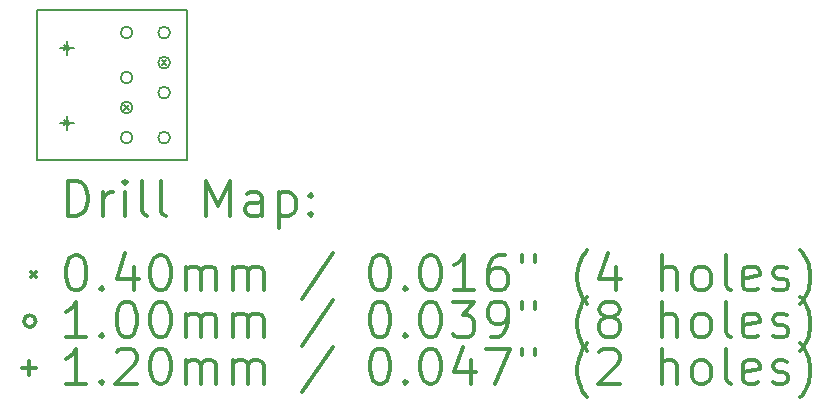
<source format=gbr>
%FSLAX45Y45*%
G04 Gerber Fmt 4.5, Leading zero omitted, Abs format (unit mm)*
G04 Created by KiCad (PCBNEW 4.0.7) date 10/24/17 17:03:37*
%MOMM*%
%LPD*%
G01*
G04 APERTURE LIST*
%ADD10C,0.127000*%
%ADD11C,0.150000*%
%ADD12C,0.200000*%
%ADD13C,0.300000*%
G04 APERTURE END LIST*
D10*
D11*
X17780000Y-6350000D02*
X17780000Y-5080000D01*
X19050000Y-6350000D02*
X17780000Y-6350000D01*
X19050000Y-5080000D02*
X19050000Y-6350000D01*
X17780000Y-5080000D02*
X19050000Y-5080000D01*
D12*
X18014000Y-5377500D02*
X18054000Y-5417500D01*
X18054000Y-5377500D02*
X18014000Y-5417500D01*
X18014000Y-6012500D02*
X18054000Y-6052500D01*
X18054000Y-6012500D02*
X18014000Y-6052500D01*
X18522000Y-5885500D02*
X18562000Y-5925500D01*
X18562000Y-5885500D02*
X18522000Y-5925500D01*
X18839500Y-5504500D02*
X18879500Y-5544500D01*
X18879500Y-5504500D02*
X18839500Y-5544500D01*
X18592000Y-5270500D02*
G75*
G03X18592000Y-5270500I-50000J0D01*
G01*
X18592000Y-5651500D02*
G75*
G03X18592000Y-5651500I-50000J0D01*
G01*
X18592000Y-5905500D02*
G75*
G03X18592000Y-5905500I-50000J0D01*
G01*
X18592000Y-6159500D02*
G75*
G03X18592000Y-6159500I-50000J0D01*
G01*
X18909500Y-5270500D02*
G75*
G03X18909500Y-5270500I-50000J0D01*
G01*
X18909500Y-5524500D02*
G75*
G03X18909500Y-5524500I-50000J0D01*
G01*
X18909500Y-5778500D02*
G75*
G03X18909500Y-5778500I-50000J0D01*
G01*
X18909500Y-6159500D02*
G75*
G03X18909500Y-6159500I-50000J0D01*
G01*
X18034000Y-5337556D02*
X18034000Y-5457444D01*
X17974056Y-5397500D02*
X18093944Y-5397500D01*
X18034000Y-5972556D02*
X18034000Y-6092444D01*
X17974056Y-6032500D02*
X18093944Y-6032500D01*
D13*
X18043929Y-6823214D02*
X18043929Y-6523214D01*
X18115357Y-6523214D01*
X18158214Y-6537500D01*
X18186786Y-6566071D01*
X18201071Y-6594643D01*
X18215357Y-6651786D01*
X18215357Y-6694643D01*
X18201071Y-6751786D01*
X18186786Y-6780357D01*
X18158214Y-6808929D01*
X18115357Y-6823214D01*
X18043929Y-6823214D01*
X18343929Y-6823214D02*
X18343929Y-6623214D01*
X18343929Y-6680357D02*
X18358214Y-6651786D01*
X18372500Y-6637500D01*
X18401071Y-6623214D01*
X18429643Y-6623214D01*
X18529643Y-6823214D02*
X18529643Y-6623214D01*
X18529643Y-6523214D02*
X18515357Y-6537500D01*
X18529643Y-6551786D01*
X18543929Y-6537500D01*
X18529643Y-6523214D01*
X18529643Y-6551786D01*
X18715357Y-6823214D02*
X18686786Y-6808929D01*
X18672500Y-6780357D01*
X18672500Y-6523214D01*
X18872500Y-6823214D02*
X18843929Y-6808929D01*
X18829643Y-6780357D01*
X18829643Y-6523214D01*
X19215357Y-6823214D02*
X19215357Y-6523214D01*
X19315357Y-6737500D01*
X19415357Y-6523214D01*
X19415357Y-6823214D01*
X19686786Y-6823214D02*
X19686786Y-6666071D01*
X19672500Y-6637500D01*
X19643929Y-6623214D01*
X19586786Y-6623214D01*
X19558214Y-6637500D01*
X19686786Y-6808929D02*
X19658214Y-6823214D01*
X19586786Y-6823214D01*
X19558214Y-6808929D01*
X19543929Y-6780357D01*
X19543929Y-6751786D01*
X19558214Y-6723214D01*
X19586786Y-6708929D01*
X19658214Y-6708929D01*
X19686786Y-6694643D01*
X19829643Y-6623214D02*
X19829643Y-6923214D01*
X19829643Y-6637500D02*
X19858214Y-6623214D01*
X19915357Y-6623214D01*
X19943929Y-6637500D01*
X19958214Y-6651786D01*
X19972500Y-6680357D01*
X19972500Y-6766071D01*
X19958214Y-6794643D01*
X19943929Y-6808929D01*
X19915357Y-6823214D01*
X19858214Y-6823214D01*
X19829643Y-6808929D01*
X20101071Y-6794643D02*
X20115357Y-6808929D01*
X20101071Y-6823214D01*
X20086786Y-6808929D01*
X20101071Y-6794643D01*
X20101071Y-6823214D01*
X20101071Y-6637500D02*
X20115357Y-6651786D01*
X20101071Y-6666071D01*
X20086786Y-6651786D01*
X20101071Y-6637500D01*
X20101071Y-6666071D01*
X17732500Y-7297500D02*
X17772500Y-7337500D01*
X17772500Y-7297500D02*
X17732500Y-7337500D01*
X18101071Y-7153214D02*
X18129643Y-7153214D01*
X18158214Y-7167500D01*
X18172500Y-7181786D01*
X18186786Y-7210357D01*
X18201071Y-7267500D01*
X18201071Y-7338929D01*
X18186786Y-7396071D01*
X18172500Y-7424643D01*
X18158214Y-7438929D01*
X18129643Y-7453214D01*
X18101071Y-7453214D01*
X18072500Y-7438929D01*
X18058214Y-7424643D01*
X18043929Y-7396071D01*
X18029643Y-7338929D01*
X18029643Y-7267500D01*
X18043929Y-7210357D01*
X18058214Y-7181786D01*
X18072500Y-7167500D01*
X18101071Y-7153214D01*
X18329643Y-7424643D02*
X18343929Y-7438929D01*
X18329643Y-7453214D01*
X18315357Y-7438929D01*
X18329643Y-7424643D01*
X18329643Y-7453214D01*
X18601071Y-7253214D02*
X18601071Y-7453214D01*
X18529643Y-7138929D02*
X18458214Y-7353214D01*
X18643928Y-7353214D01*
X18815357Y-7153214D02*
X18843929Y-7153214D01*
X18872500Y-7167500D01*
X18886786Y-7181786D01*
X18901071Y-7210357D01*
X18915357Y-7267500D01*
X18915357Y-7338929D01*
X18901071Y-7396071D01*
X18886786Y-7424643D01*
X18872500Y-7438929D01*
X18843929Y-7453214D01*
X18815357Y-7453214D01*
X18786786Y-7438929D01*
X18772500Y-7424643D01*
X18758214Y-7396071D01*
X18743929Y-7338929D01*
X18743929Y-7267500D01*
X18758214Y-7210357D01*
X18772500Y-7181786D01*
X18786786Y-7167500D01*
X18815357Y-7153214D01*
X19043929Y-7453214D02*
X19043929Y-7253214D01*
X19043929Y-7281786D02*
X19058214Y-7267500D01*
X19086786Y-7253214D01*
X19129643Y-7253214D01*
X19158214Y-7267500D01*
X19172500Y-7296071D01*
X19172500Y-7453214D01*
X19172500Y-7296071D02*
X19186786Y-7267500D01*
X19215357Y-7253214D01*
X19258214Y-7253214D01*
X19286786Y-7267500D01*
X19301071Y-7296071D01*
X19301071Y-7453214D01*
X19443929Y-7453214D02*
X19443929Y-7253214D01*
X19443929Y-7281786D02*
X19458214Y-7267500D01*
X19486786Y-7253214D01*
X19529643Y-7253214D01*
X19558214Y-7267500D01*
X19572500Y-7296071D01*
X19572500Y-7453214D01*
X19572500Y-7296071D02*
X19586786Y-7267500D01*
X19615357Y-7253214D01*
X19658214Y-7253214D01*
X19686786Y-7267500D01*
X19701071Y-7296071D01*
X19701071Y-7453214D01*
X20286786Y-7138929D02*
X20029643Y-7524643D01*
X20672500Y-7153214D02*
X20701071Y-7153214D01*
X20729643Y-7167500D01*
X20743928Y-7181786D01*
X20758214Y-7210357D01*
X20772500Y-7267500D01*
X20772500Y-7338929D01*
X20758214Y-7396071D01*
X20743928Y-7424643D01*
X20729643Y-7438929D01*
X20701071Y-7453214D01*
X20672500Y-7453214D01*
X20643928Y-7438929D01*
X20629643Y-7424643D01*
X20615357Y-7396071D01*
X20601071Y-7338929D01*
X20601071Y-7267500D01*
X20615357Y-7210357D01*
X20629643Y-7181786D01*
X20643928Y-7167500D01*
X20672500Y-7153214D01*
X20901071Y-7424643D02*
X20915357Y-7438929D01*
X20901071Y-7453214D01*
X20886786Y-7438929D01*
X20901071Y-7424643D01*
X20901071Y-7453214D01*
X21101071Y-7153214D02*
X21129643Y-7153214D01*
X21158214Y-7167500D01*
X21172500Y-7181786D01*
X21186786Y-7210357D01*
X21201071Y-7267500D01*
X21201071Y-7338929D01*
X21186786Y-7396071D01*
X21172500Y-7424643D01*
X21158214Y-7438929D01*
X21129643Y-7453214D01*
X21101071Y-7453214D01*
X21072500Y-7438929D01*
X21058214Y-7424643D01*
X21043928Y-7396071D01*
X21029643Y-7338929D01*
X21029643Y-7267500D01*
X21043928Y-7210357D01*
X21058214Y-7181786D01*
X21072500Y-7167500D01*
X21101071Y-7153214D01*
X21486786Y-7453214D02*
X21315357Y-7453214D01*
X21401071Y-7453214D02*
X21401071Y-7153214D01*
X21372500Y-7196071D01*
X21343928Y-7224643D01*
X21315357Y-7238929D01*
X21743928Y-7153214D02*
X21686786Y-7153214D01*
X21658214Y-7167500D01*
X21643928Y-7181786D01*
X21615357Y-7224643D01*
X21601071Y-7281786D01*
X21601071Y-7396071D01*
X21615357Y-7424643D01*
X21629643Y-7438929D01*
X21658214Y-7453214D01*
X21715357Y-7453214D01*
X21743928Y-7438929D01*
X21758214Y-7424643D01*
X21772500Y-7396071D01*
X21772500Y-7324643D01*
X21758214Y-7296071D01*
X21743928Y-7281786D01*
X21715357Y-7267500D01*
X21658214Y-7267500D01*
X21629643Y-7281786D01*
X21615357Y-7296071D01*
X21601071Y-7324643D01*
X21886786Y-7153214D02*
X21886786Y-7210357D01*
X22001071Y-7153214D02*
X22001071Y-7210357D01*
X22443928Y-7567500D02*
X22429643Y-7553214D01*
X22401071Y-7510357D01*
X22386785Y-7481786D01*
X22372500Y-7438929D01*
X22358214Y-7367500D01*
X22358214Y-7310357D01*
X22372500Y-7238929D01*
X22386785Y-7196071D01*
X22401071Y-7167500D01*
X22429643Y-7124643D01*
X22443928Y-7110357D01*
X22686785Y-7253214D02*
X22686785Y-7453214D01*
X22615357Y-7138929D02*
X22543928Y-7353214D01*
X22729643Y-7353214D01*
X23072500Y-7453214D02*
X23072500Y-7153214D01*
X23201071Y-7453214D02*
X23201071Y-7296071D01*
X23186785Y-7267500D01*
X23158214Y-7253214D01*
X23115357Y-7253214D01*
X23086785Y-7267500D01*
X23072500Y-7281786D01*
X23386785Y-7453214D02*
X23358214Y-7438929D01*
X23343928Y-7424643D01*
X23329643Y-7396071D01*
X23329643Y-7310357D01*
X23343928Y-7281786D01*
X23358214Y-7267500D01*
X23386785Y-7253214D01*
X23429643Y-7253214D01*
X23458214Y-7267500D01*
X23472500Y-7281786D01*
X23486785Y-7310357D01*
X23486785Y-7396071D01*
X23472500Y-7424643D01*
X23458214Y-7438929D01*
X23429643Y-7453214D01*
X23386785Y-7453214D01*
X23658214Y-7453214D02*
X23629643Y-7438929D01*
X23615357Y-7410357D01*
X23615357Y-7153214D01*
X23886786Y-7438929D02*
X23858214Y-7453214D01*
X23801071Y-7453214D01*
X23772500Y-7438929D01*
X23758214Y-7410357D01*
X23758214Y-7296071D01*
X23772500Y-7267500D01*
X23801071Y-7253214D01*
X23858214Y-7253214D01*
X23886786Y-7267500D01*
X23901071Y-7296071D01*
X23901071Y-7324643D01*
X23758214Y-7353214D01*
X24015357Y-7438929D02*
X24043928Y-7453214D01*
X24101071Y-7453214D01*
X24129643Y-7438929D01*
X24143928Y-7410357D01*
X24143928Y-7396071D01*
X24129643Y-7367500D01*
X24101071Y-7353214D01*
X24058214Y-7353214D01*
X24029643Y-7338929D01*
X24015357Y-7310357D01*
X24015357Y-7296071D01*
X24029643Y-7267500D01*
X24058214Y-7253214D01*
X24101071Y-7253214D01*
X24129643Y-7267500D01*
X24243928Y-7567500D02*
X24258214Y-7553214D01*
X24286786Y-7510357D01*
X24301071Y-7481786D01*
X24315357Y-7438929D01*
X24329643Y-7367500D01*
X24329643Y-7310357D01*
X24315357Y-7238929D01*
X24301071Y-7196071D01*
X24286786Y-7167500D01*
X24258214Y-7124643D01*
X24243928Y-7110357D01*
X17772500Y-7713500D02*
G75*
G03X17772500Y-7713500I-50000J0D01*
G01*
X18201071Y-7849214D02*
X18029643Y-7849214D01*
X18115357Y-7849214D02*
X18115357Y-7549214D01*
X18086786Y-7592071D01*
X18058214Y-7620643D01*
X18029643Y-7634929D01*
X18329643Y-7820643D02*
X18343929Y-7834929D01*
X18329643Y-7849214D01*
X18315357Y-7834929D01*
X18329643Y-7820643D01*
X18329643Y-7849214D01*
X18529643Y-7549214D02*
X18558214Y-7549214D01*
X18586786Y-7563500D01*
X18601071Y-7577786D01*
X18615357Y-7606357D01*
X18629643Y-7663500D01*
X18629643Y-7734929D01*
X18615357Y-7792071D01*
X18601071Y-7820643D01*
X18586786Y-7834929D01*
X18558214Y-7849214D01*
X18529643Y-7849214D01*
X18501071Y-7834929D01*
X18486786Y-7820643D01*
X18472500Y-7792071D01*
X18458214Y-7734929D01*
X18458214Y-7663500D01*
X18472500Y-7606357D01*
X18486786Y-7577786D01*
X18501071Y-7563500D01*
X18529643Y-7549214D01*
X18815357Y-7549214D02*
X18843929Y-7549214D01*
X18872500Y-7563500D01*
X18886786Y-7577786D01*
X18901071Y-7606357D01*
X18915357Y-7663500D01*
X18915357Y-7734929D01*
X18901071Y-7792071D01*
X18886786Y-7820643D01*
X18872500Y-7834929D01*
X18843929Y-7849214D01*
X18815357Y-7849214D01*
X18786786Y-7834929D01*
X18772500Y-7820643D01*
X18758214Y-7792071D01*
X18743929Y-7734929D01*
X18743929Y-7663500D01*
X18758214Y-7606357D01*
X18772500Y-7577786D01*
X18786786Y-7563500D01*
X18815357Y-7549214D01*
X19043929Y-7849214D02*
X19043929Y-7649214D01*
X19043929Y-7677786D02*
X19058214Y-7663500D01*
X19086786Y-7649214D01*
X19129643Y-7649214D01*
X19158214Y-7663500D01*
X19172500Y-7692071D01*
X19172500Y-7849214D01*
X19172500Y-7692071D02*
X19186786Y-7663500D01*
X19215357Y-7649214D01*
X19258214Y-7649214D01*
X19286786Y-7663500D01*
X19301071Y-7692071D01*
X19301071Y-7849214D01*
X19443929Y-7849214D02*
X19443929Y-7649214D01*
X19443929Y-7677786D02*
X19458214Y-7663500D01*
X19486786Y-7649214D01*
X19529643Y-7649214D01*
X19558214Y-7663500D01*
X19572500Y-7692071D01*
X19572500Y-7849214D01*
X19572500Y-7692071D02*
X19586786Y-7663500D01*
X19615357Y-7649214D01*
X19658214Y-7649214D01*
X19686786Y-7663500D01*
X19701071Y-7692071D01*
X19701071Y-7849214D01*
X20286786Y-7534929D02*
X20029643Y-7920643D01*
X20672500Y-7549214D02*
X20701071Y-7549214D01*
X20729643Y-7563500D01*
X20743928Y-7577786D01*
X20758214Y-7606357D01*
X20772500Y-7663500D01*
X20772500Y-7734929D01*
X20758214Y-7792071D01*
X20743928Y-7820643D01*
X20729643Y-7834929D01*
X20701071Y-7849214D01*
X20672500Y-7849214D01*
X20643928Y-7834929D01*
X20629643Y-7820643D01*
X20615357Y-7792071D01*
X20601071Y-7734929D01*
X20601071Y-7663500D01*
X20615357Y-7606357D01*
X20629643Y-7577786D01*
X20643928Y-7563500D01*
X20672500Y-7549214D01*
X20901071Y-7820643D02*
X20915357Y-7834929D01*
X20901071Y-7849214D01*
X20886786Y-7834929D01*
X20901071Y-7820643D01*
X20901071Y-7849214D01*
X21101071Y-7549214D02*
X21129643Y-7549214D01*
X21158214Y-7563500D01*
X21172500Y-7577786D01*
X21186786Y-7606357D01*
X21201071Y-7663500D01*
X21201071Y-7734929D01*
X21186786Y-7792071D01*
X21172500Y-7820643D01*
X21158214Y-7834929D01*
X21129643Y-7849214D01*
X21101071Y-7849214D01*
X21072500Y-7834929D01*
X21058214Y-7820643D01*
X21043928Y-7792071D01*
X21029643Y-7734929D01*
X21029643Y-7663500D01*
X21043928Y-7606357D01*
X21058214Y-7577786D01*
X21072500Y-7563500D01*
X21101071Y-7549214D01*
X21301071Y-7549214D02*
X21486786Y-7549214D01*
X21386786Y-7663500D01*
X21429643Y-7663500D01*
X21458214Y-7677786D01*
X21472500Y-7692071D01*
X21486786Y-7720643D01*
X21486786Y-7792071D01*
X21472500Y-7820643D01*
X21458214Y-7834929D01*
X21429643Y-7849214D01*
X21343928Y-7849214D01*
X21315357Y-7834929D01*
X21301071Y-7820643D01*
X21629643Y-7849214D02*
X21686786Y-7849214D01*
X21715357Y-7834929D01*
X21729643Y-7820643D01*
X21758214Y-7777786D01*
X21772500Y-7720643D01*
X21772500Y-7606357D01*
X21758214Y-7577786D01*
X21743928Y-7563500D01*
X21715357Y-7549214D01*
X21658214Y-7549214D01*
X21629643Y-7563500D01*
X21615357Y-7577786D01*
X21601071Y-7606357D01*
X21601071Y-7677786D01*
X21615357Y-7706357D01*
X21629643Y-7720643D01*
X21658214Y-7734929D01*
X21715357Y-7734929D01*
X21743928Y-7720643D01*
X21758214Y-7706357D01*
X21772500Y-7677786D01*
X21886786Y-7549214D02*
X21886786Y-7606357D01*
X22001071Y-7549214D02*
X22001071Y-7606357D01*
X22443928Y-7963500D02*
X22429643Y-7949214D01*
X22401071Y-7906357D01*
X22386785Y-7877786D01*
X22372500Y-7834929D01*
X22358214Y-7763500D01*
X22358214Y-7706357D01*
X22372500Y-7634929D01*
X22386785Y-7592071D01*
X22401071Y-7563500D01*
X22429643Y-7520643D01*
X22443928Y-7506357D01*
X22601071Y-7677786D02*
X22572500Y-7663500D01*
X22558214Y-7649214D01*
X22543928Y-7620643D01*
X22543928Y-7606357D01*
X22558214Y-7577786D01*
X22572500Y-7563500D01*
X22601071Y-7549214D01*
X22658214Y-7549214D01*
X22686785Y-7563500D01*
X22701071Y-7577786D01*
X22715357Y-7606357D01*
X22715357Y-7620643D01*
X22701071Y-7649214D01*
X22686785Y-7663500D01*
X22658214Y-7677786D01*
X22601071Y-7677786D01*
X22572500Y-7692071D01*
X22558214Y-7706357D01*
X22543928Y-7734929D01*
X22543928Y-7792071D01*
X22558214Y-7820643D01*
X22572500Y-7834929D01*
X22601071Y-7849214D01*
X22658214Y-7849214D01*
X22686785Y-7834929D01*
X22701071Y-7820643D01*
X22715357Y-7792071D01*
X22715357Y-7734929D01*
X22701071Y-7706357D01*
X22686785Y-7692071D01*
X22658214Y-7677786D01*
X23072500Y-7849214D02*
X23072500Y-7549214D01*
X23201071Y-7849214D02*
X23201071Y-7692071D01*
X23186785Y-7663500D01*
X23158214Y-7649214D01*
X23115357Y-7649214D01*
X23086785Y-7663500D01*
X23072500Y-7677786D01*
X23386785Y-7849214D02*
X23358214Y-7834929D01*
X23343928Y-7820643D01*
X23329643Y-7792071D01*
X23329643Y-7706357D01*
X23343928Y-7677786D01*
X23358214Y-7663500D01*
X23386785Y-7649214D01*
X23429643Y-7649214D01*
X23458214Y-7663500D01*
X23472500Y-7677786D01*
X23486785Y-7706357D01*
X23486785Y-7792071D01*
X23472500Y-7820643D01*
X23458214Y-7834929D01*
X23429643Y-7849214D01*
X23386785Y-7849214D01*
X23658214Y-7849214D02*
X23629643Y-7834929D01*
X23615357Y-7806357D01*
X23615357Y-7549214D01*
X23886786Y-7834929D02*
X23858214Y-7849214D01*
X23801071Y-7849214D01*
X23772500Y-7834929D01*
X23758214Y-7806357D01*
X23758214Y-7692071D01*
X23772500Y-7663500D01*
X23801071Y-7649214D01*
X23858214Y-7649214D01*
X23886786Y-7663500D01*
X23901071Y-7692071D01*
X23901071Y-7720643D01*
X23758214Y-7749214D01*
X24015357Y-7834929D02*
X24043928Y-7849214D01*
X24101071Y-7849214D01*
X24129643Y-7834929D01*
X24143928Y-7806357D01*
X24143928Y-7792071D01*
X24129643Y-7763500D01*
X24101071Y-7749214D01*
X24058214Y-7749214D01*
X24029643Y-7734929D01*
X24015357Y-7706357D01*
X24015357Y-7692071D01*
X24029643Y-7663500D01*
X24058214Y-7649214D01*
X24101071Y-7649214D01*
X24129643Y-7663500D01*
X24243928Y-7963500D02*
X24258214Y-7949214D01*
X24286786Y-7906357D01*
X24301071Y-7877786D01*
X24315357Y-7834929D01*
X24329643Y-7763500D01*
X24329643Y-7706357D01*
X24315357Y-7634929D01*
X24301071Y-7592071D01*
X24286786Y-7563500D01*
X24258214Y-7520643D01*
X24243928Y-7506357D01*
X17712556Y-8049556D02*
X17712556Y-8169444D01*
X17652612Y-8109500D02*
X17772500Y-8109500D01*
X18201071Y-8245214D02*
X18029643Y-8245214D01*
X18115357Y-8245214D02*
X18115357Y-7945214D01*
X18086786Y-7988071D01*
X18058214Y-8016643D01*
X18029643Y-8030929D01*
X18329643Y-8216643D02*
X18343929Y-8230929D01*
X18329643Y-8245214D01*
X18315357Y-8230929D01*
X18329643Y-8216643D01*
X18329643Y-8245214D01*
X18458214Y-7973786D02*
X18472500Y-7959500D01*
X18501071Y-7945214D01*
X18572500Y-7945214D01*
X18601071Y-7959500D01*
X18615357Y-7973786D01*
X18629643Y-8002357D01*
X18629643Y-8030929D01*
X18615357Y-8073786D01*
X18443928Y-8245214D01*
X18629643Y-8245214D01*
X18815357Y-7945214D02*
X18843929Y-7945214D01*
X18872500Y-7959500D01*
X18886786Y-7973786D01*
X18901071Y-8002357D01*
X18915357Y-8059500D01*
X18915357Y-8130929D01*
X18901071Y-8188071D01*
X18886786Y-8216643D01*
X18872500Y-8230929D01*
X18843929Y-8245214D01*
X18815357Y-8245214D01*
X18786786Y-8230929D01*
X18772500Y-8216643D01*
X18758214Y-8188071D01*
X18743929Y-8130929D01*
X18743929Y-8059500D01*
X18758214Y-8002357D01*
X18772500Y-7973786D01*
X18786786Y-7959500D01*
X18815357Y-7945214D01*
X19043929Y-8245214D02*
X19043929Y-8045214D01*
X19043929Y-8073786D02*
X19058214Y-8059500D01*
X19086786Y-8045214D01*
X19129643Y-8045214D01*
X19158214Y-8059500D01*
X19172500Y-8088071D01*
X19172500Y-8245214D01*
X19172500Y-8088071D02*
X19186786Y-8059500D01*
X19215357Y-8045214D01*
X19258214Y-8045214D01*
X19286786Y-8059500D01*
X19301071Y-8088071D01*
X19301071Y-8245214D01*
X19443929Y-8245214D02*
X19443929Y-8045214D01*
X19443929Y-8073786D02*
X19458214Y-8059500D01*
X19486786Y-8045214D01*
X19529643Y-8045214D01*
X19558214Y-8059500D01*
X19572500Y-8088071D01*
X19572500Y-8245214D01*
X19572500Y-8088071D02*
X19586786Y-8059500D01*
X19615357Y-8045214D01*
X19658214Y-8045214D01*
X19686786Y-8059500D01*
X19701071Y-8088071D01*
X19701071Y-8245214D01*
X20286786Y-7930929D02*
X20029643Y-8316643D01*
X20672500Y-7945214D02*
X20701071Y-7945214D01*
X20729643Y-7959500D01*
X20743928Y-7973786D01*
X20758214Y-8002357D01*
X20772500Y-8059500D01*
X20772500Y-8130929D01*
X20758214Y-8188071D01*
X20743928Y-8216643D01*
X20729643Y-8230929D01*
X20701071Y-8245214D01*
X20672500Y-8245214D01*
X20643928Y-8230929D01*
X20629643Y-8216643D01*
X20615357Y-8188071D01*
X20601071Y-8130929D01*
X20601071Y-8059500D01*
X20615357Y-8002357D01*
X20629643Y-7973786D01*
X20643928Y-7959500D01*
X20672500Y-7945214D01*
X20901071Y-8216643D02*
X20915357Y-8230929D01*
X20901071Y-8245214D01*
X20886786Y-8230929D01*
X20901071Y-8216643D01*
X20901071Y-8245214D01*
X21101071Y-7945214D02*
X21129643Y-7945214D01*
X21158214Y-7959500D01*
X21172500Y-7973786D01*
X21186786Y-8002357D01*
X21201071Y-8059500D01*
X21201071Y-8130929D01*
X21186786Y-8188071D01*
X21172500Y-8216643D01*
X21158214Y-8230929D01*
X21129643Y-8245214D01*
X21101071Y-8245214D01*
X21072500Y-8230929D01*
X21058214Y-8216643D01*
X21043928Y-8188071D01*
X21029643Y-8130929D01*
X21029643Y-8059500D01*
X21043928Y-8002357D01*
X21058214Y-7973786D01*
X21072500Y-7959500D01*
X21101071Y-7945214D01*
X21458214Y-8045214D02*
X21458214Y-8245214D01*
X21386786Y-7930929D02*
X21315357Y-8145214D01*
X21501071Y-8145214D01*
X21586786Y-7945214D02*
X21786786Y-7945214D01*
X21658214Y-8245214D01*
X21886786Y-7945214D02*
X21886786Y-8002357D01*
X22001071Y-7945214D02*
X22001071Y-8002357D01*
X22443928Y-8359500D02*
X22429643Y-8345214D01*
X22401071Y-8302357D01*
X22386785Y-8273786D01*
X22372500Y-8230929D01*
X22358214Y-8159500D01*
X22358214Y-8102357D01*
X22372500Y-8030929D01*
X22386785Y-7988071D01*
X22401071Y-7959500D01*
X22429643Y-7916643D01*
X22443928Y-7902357D01*
X22543928Y-7973786D02*
X22558214Y-7959500D01*
X22586785Y-7945214D01*
X22658214Y-7945214D01*
X22686785Y-7959500D01*
X22701071Y-7973786D01*
X22715357Y-8002357D01*
X22715357Y-8030929D01*
X22701071Y-8073786D01*
X22529643Y-8245214D01*
X22715357Y-8245214D01*
X23072500Y-8245214D02*
X23072500Y-7945214D01*
X23201071Y-8245214D02*
X23201071Y-8088071D01*
X23186785Y-8059500D01*
X23158214Y-8045214D01*
X23115357Y-8045214D01*
X23086785Y-8059500D01*
X23072500Y-8073786D01*
X23386785Y-8245214D02*
X23358214Y-8230929D01*
X23343928Y-8216643D01*
X23329643Y-8188071D01*
X23329643Y-8102357D01*
X23343928Y-8073786D01*
X23358214Y-8059500D01*
X23386785Y-8045214D01*
X23429643Y-8045214D01*
X23458214Y-8059500D01*
X23472500Y-8073786D01*
X23486785Y-8102357D01*
X23486785Y-8188071D01*
X23472500Y-8216643D01*
X23458214Y-8230929D01*
X23429643Y-8245214D01*
X23386785Y-8245214D01*
X23658214Y-8245214D02*
X23629643Y-8230929D01*
X23615357Y-8202357D01*
X23615357Y-7945214D01*
X23886786Y-8230929D02*
X23858214Y-8245214D01*
X23801071Y-8245214D01*
X23772500Y-8230929D01*
X23758214Y-8202357D01*
X23758214Y-8088071D01*
X23772500Y-8059500D01*
X23801071Y-8045214D01*
X23858214Y-8045214D01*
X23886786Y-8059500D01*
X23901071Y-8088071D01*
X23901071Y-8116643D01*
X23758214Y-8145214D01*
X24015357Y-8230929D02*
X24043928Y-8245214D01*
X24101071Y-8245214D01*
X24129643Y-8230929D01*
X24143928Y-8202357D01*
X24143928Y-8188071D01*
X24129643Y-8159500D01*
X24101071Y-8145214D01*
X24058214Y-8145214D01*
X24029643Y-8130929D01*
X24015357Y-8102357D01*
X24015357Y-8088071D01*
X24029643Y-8059500D01*
X24058214Y-8045214D01*
X24101071Y-8045214D01*
X24129643Y-8059500D01*
X24243928Y-8359500D02*
X24258214Y-8345214D01*
X24286786Y-8302357D01*
X24301071Y-8273786D01*
X24315357Y-8230929D01*
X24329643Y-8159500D01*
X24329643Y-8102357D01*
X24315357Y-8030929D01*
X24301071Y-7988071D01*
X24286786Y-7959500D01*
X24258214Y-7916643D01*
X24243928Y-7902357D01*
M02*

</source>
